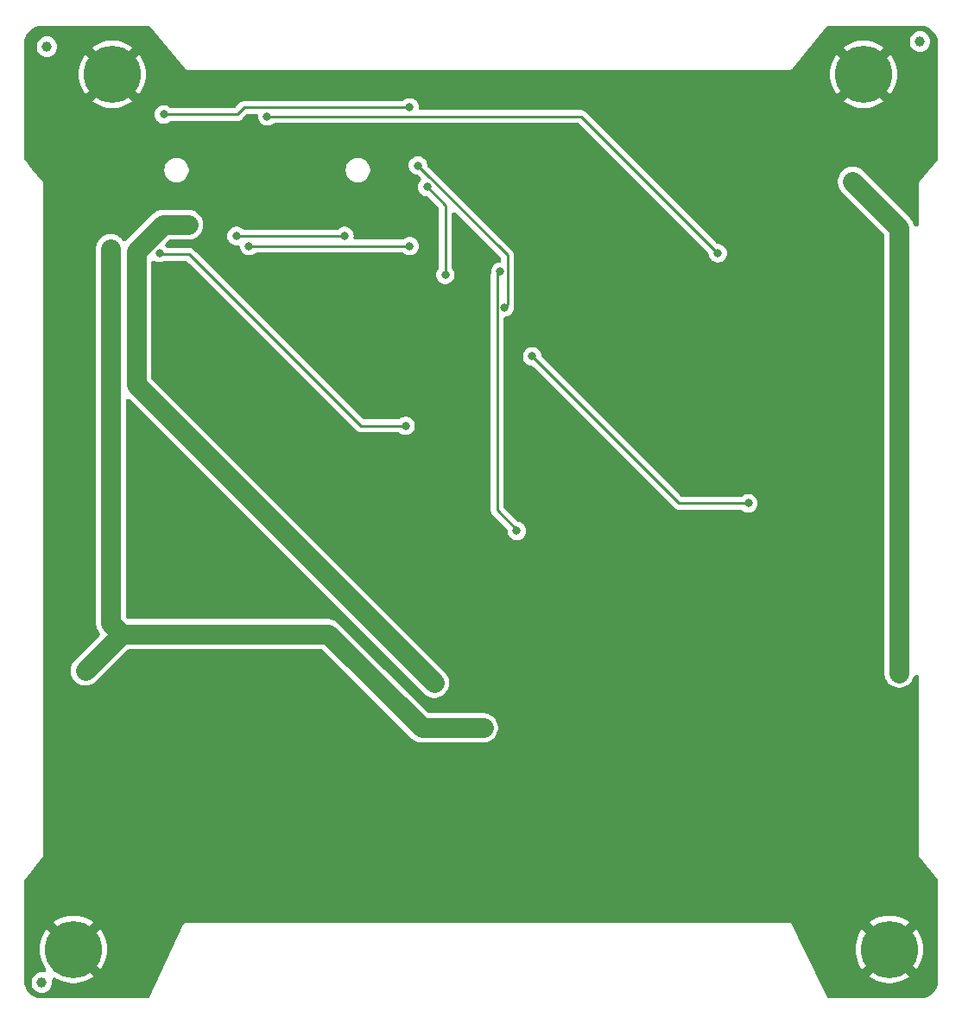
<source format=gbl>
%TF.GenerationSoftware,KiCad,Pcbnew,8.0.8*%
%TF.CreationDate,2025-03-18T17:19:46-07:00*%
%TF.ProjectId,MPPT_addon_board,4d505054-5f61-4646-946f-6e5f626f6172,1.4*%
%TF.SameCoordinates,Original*%
%TF.FileFunction,Copper,L2,Bot*%
%TF.FilePolarity,Positive*%
%FSLAX46Y46*%
G04 Gerber Fmt 4.6, Leading zero omitted, Abs format (unit mm)*
G04 Created by KiCad (PCBNEW 8.0.8) date 2025-03-18 17:19:46*
%MOMM*%
%LPD*%
G01*
G04 APERTURE LIST*
%TA.AperFunction,ComponentPad*%
%ADD10C,5.600000*%
%TD*%
%TA.AperFunction,SMDPad,CuDef*%
%ADD11C,1.000000*%
%TD*%
%TA.AperFunction,ViaPad*%
%ADD12C,0.800000*%
%TD*%
%TA.AperFunction,Conductor*%
%ADD13C,0.250000*%
%TD*%
%TA.AperFunction,Conductor*%
%ADD14C,1.905000*%
%TD*%
G04 APERTURE END LIST*
D10*
X107236100Y-57564100D03*
X103426100Y-143294100D03*
X183426100Y-143294100D03*
X180896100Y-57564100D03*
D11*
X186436000Y-54356000D03*
X100838000Y-54864000D03*
X100330000Y-146558000D03*
D12*
X159800000Y-127400000D03*
X159800000Y-118600000D03*
X159800000Y-125200000D03*
X115400000Y-123000000D03*
X128300000Y-98500000D03*
X127508000Y-57658000D03*
X113300000Y-85500000D03*
X128524000Y-57658000D03*
X158275000Y-81675000D03*
X127200000Y-129700000D03*
X168000000Y-118600000D03*
X127200000Y-118600000D03*
X163800000Y-132300000D03*
X121400000Y-118600000D03*
X171600000Y-118600000D03*
X128016000Y-72136000D03*
X119400000Y-132300000D03*
X159800000Y-123000000D03*
X159800000Y-132300000D03*
X115400000Y-129700000D03*
X118872000Y-60198000D03*
X126492000Y-57658000D03*
X159800000Y-120600000D03*
X115400000Y-127400000D03*
X129540000Y-59690000D03*
X126492000Y-59690000D03*
X123600000Y-118600000D03*
X126492000Y-58674000D03*
X171600000Y-125200000D03*
X171600000Y-129700000D03*
X128200000Y-95200000D03*
X127200000Y-127400000D03*
X115824000Y-60198000D03*
X119400000Y-118600000D03*
X117300000Y-118600000D03*
X171600000Y-81200000D03*
X125500000Y-132300000D03*
X127000000Y-72136000D03*
X115400000Y-118600000D03*
X116840000Y-60198000D03*
X161700000Y-132300000D03*
X171600000Y-127400000D03*
X169900000Y-132300000D03*
X117856000Y-60198000D03*
X128524000Y-59690000D03*
X114808000Y-60198000D03*
X159800000Y-129700000D03*
X115800000Y-81900000D03*
X121300000Y-90400000D03*
X115400000Y-120600000D03*
X165800000Y-132300000D03*
X161700000Y-118600000D03*
X115400000Y-125200000D03*
X125984000Y-72136000D03*
X127200000Y-125200000D03*
X127508000Y-59690000D03*
X165800000Y-118600000D03*
X123600000Y-132300000D03*
X115400000Y-132300000D03*
X129540000Y-58674000D03*
X127508000Y-58674000D03*
X171600000Y-120600000D03*
X129032000Y-72136000D03*
X169900000Y-118600000D03*
X113792000Y-60198000D03*
X127200000Y-132300000D03*
X129000000Y-81500000D03*
X163800000Y-118600000D03*
X125500000Y-118600000D03*
X127200000Y-120600000D03*
X129540000Y-57658000D03*
X127200000Y-123000000D03*
X168000000Y-132300000D03*
X101500000Y-102000000D03*
X171600000Y-132300000D03*
X121400000Y-132300000D03*
X128524000Y-58674000D03*
X117300000Y-132300000D03*
X171600000Y-123000000D03*
X129000000Y-85600000D03*
X120650000Y-74400000D03*
X136400000Y-74400000D03*
X122430000Y-61700000D03*
X166600000Y-75100000D03*
X130000000Y-73400000D03*
X119400000Y-73400000D03*
X136000000Y-92000000D03*
X111850000Y-75050000D03*
X112300000Y-61500000D03*
X136400000Y-60800000D03*
X143600000Y-121600000D03*
X107100000Y-74676000D03*
X104600000Y-116000000D03*
X184400000Y-116200000D03*
X179832000Y-68072000D03*
X148400000Y-85200000D03*
X169600000Y-99600000D03*
X114800000Y-72100000D03*
X138800000Y-117200000D03*
X146900000Y-102300000D03*
X145275500Y-76899500D03*
X137200000Y-66500000D03*
X145700000Y-80400000D03*
X138100000Y-68600000D03*
X139900000Y-77200000D03*
D13*
X115800000Y-83000000D02*
X113300000Y-85500000D01*
X118200000Y-90400000D02*
X113300000Y-85500000D01*
X121300000Y-90400000D02*
X118200000Y-90400000D01*
X115800000Y-81900000D02*
X115800000Y-83000000D01*
X158275000Y-81675000D02*
X158100000Y-81850000D01*
X120650000Y-74400000D02*
X136200000Y-74400000D01*
X136200000Y-74400000D02*
X136400000Y-74400000D01*
X122430000Y-61700000D02*
X153200000Y-61700000D01*
X153200000Y-61700000D02*
X166600000Y-75100000D01*
X119400000Y-73400000D02*
X130000000Y-73400000D01*
X111850000Y-75050000D02*
X112000000Y-75200000D01*
X112000000Y-75200000D02*
X114800000Y-75200000D01*
X114800000Y-75200000D02*
X131600000Y-92000000D01*
X131600000Y-92000000D02*
X136000000Y-92000000D01*
X136400000Y-60800000D02*
X120200000Y-60800000D01*
X120200000Y-60800000D02*
X119500000Y-61500000D01*
X119500000Y-61500000D02*
X112300000Y-61500000D01*
D14*
X137600000Y-121600000D02*
X128400000Y-112400000D01*
X143600000Y-121600000D02*
X137600000Y-121600000D01*
X128400000Y-112400000D02*
X108200000Y-112400000D01*
X107100000Y-74676000D02*
X107100000Y-111300000D01*
X107100000Y-111300000D02*
X108200000Y-112400000D01*
X104600000Y-116000000D02*
X108200000Y-112400000D01*
X184400000Y-72640000D02*
X184400000Y-116200000D01*
X179832000Y-68072000D02*
X184400000Y-72640000D01*
D13*
X169600000Y-99600000D02*
X162800000Y-99600000D01*
X162800000Y-99600000D02*
X148400000Y-85200000D01*
D14*
X112204433Y-72300000D02*
X109600000Y-74904433D01*
X114700000Y-72300000D02*
X112204433Y-72300000D01*
X109600000Y-88000000D02*
X138800000Y-117200000D01*
X109600000Y-74904433D02*
X109600000Y-88000000D01*
D13*
X144975000Y-77200000D02*
X144975000Y-100275000D01*
X147000000Y-102300000D02*
X146900000Y-102200000D01*
X146900000Y-102200000D02*
X146900000Y-102300000D01*
X144975000Y-100275000D02*
X146900000Y-102200000D01*
X146900000Y-102300000D02*
X147000000Y-102300000D01*
X145275500Y-76899500D02*
X144975000Y-77200000D01*
X146000500Y-75300500D02*
X146000500Y-80099500D01*
X146000500Y-80099500D02*
X145700000Y-80400000D01*
X137200000Y-66500000D02*
X146000500Y-75300500D01*
X139900000Y-70400000D02*
X138100000Y-68600000D01*
X139900000Y-77200000D02*
X139900000Y-70400000D01*
%TA.AperFunction,Conductor*%
G36*
X110838681Y-52819454D02*
G01*
X110919463Y-52873430D01*
X110934315Y-52889657D01*
X111384341Y-53427188D01*
X114338921Y-56956269D01*
X114349744Y-56971744D01*
X114359538Y-56984508D01*
X114359540Y-56984511D01*
X114367630Y-56992601D01*
X114370344Y-56995315D01*
X114385191Y-57011537D01*
X114394982Y-57023232D01*
X114404865Y-57032307D01*
X114415487Y-57040458D01*
X114415489Y-57040460D01*
X114428713Y-57048095D01*
X114447253Y-57059921D01*
X114456949Y-57066726D01*
X114459749Y-57068691D01*
X114459751Y-57068692D01*
X114471631Y-57074893D01*
X114484008Y-57080020D01*
X114484010Y-57080020D01*
X114484011Y-57080021D01*
X114498757Y-57083972D01*
X114519725Y-57090596D01*
X114534070Y-57095835D01*
X114534071Y-57095835D01*
X114547161Y-57098752D01*
X114560436Y-57100500D01*
X114560438Y-57100500D01*
X114575705Y-57100500D01*
X114597682Y-57101471D01*
X114612885Y-57102819D01*
X114612892Y-57102817D01*
X114628968Y-57102134D01*
X114647769Y-57100500D01*
X173656060Y-57100500D01*
X173684487Y-57102772D01*
X173691300Y-57102968D01*
X173691302Y-57102967D01*
X173691304Y-57102968D01*
X173702702Y-57101798D01*
X173728106Y-57100500D01*
X173739562Y-57100500D01*
X173746373Y-57099602D01*
X173763325Y-57096482D01*
X173770006Y-57094895D01*
X173770015Y-57094895D01*
X173780726Y-57090813D01*
X173804924Y-57082985D01*
X173815989Y-57080021D01*
X173815993Y-57080018D01*
X173822335Y-57077392D01*
X173837916Y-57069984D01*
X173843943Y-57066732D01*
X173843949Y-57066727D01*
X173843953Y-57066726D01*
X173853240Y-57060013D01*
X173874586Y-57046189D01*
X173884511Y-57040460D01*
X173884514Y-57040456D01*
X173884517Y-57040455D01*
X173889957Y-57036280D01*
X173903078Y-57025103D01*
X173908073Y-57020385D01*
X173908082Y-57020380D01*
X173915317Y-57011489D01*
X173932353Y-56992616D01*
X173940460Y-56984511D01*
X173940463Y-56984505D01*
X173944624Y-56979082D01*
X173960789Y-56955625D01*
X177268137Y-52892311D01*
X177342989Y-52830377D01*
X177435846Y-52801799D01*
X177461251Y-52800500D01*
X186452405Y-52800500D01*
X186491102Y-52800500D01*
X186508864Y-52801134D01*
X186518163Y-52801799D01*
X186724113Y-52816528D01*
X186759261Y-52821582D01*
X186961408Y-52865557D01*
X186995477Y-52875560D01*
X187189319Y-52947859D01*
X187221620Y-52962610D01*
X187403195Y-53061758D01*
X187433073Y-53080960D01*
X187598676Y-53204929D01*
X187625526Y-53228194D01*
X187771805Y-53374473D01*
X187795070Y-53401323D01*
X187909452Y-53554120D01*
X187919036Y-53566922D01*
X187938243Y-53596808D01*
X188037385Y-53778371D01*
X188052144Y-53810689D01*
X188124436Y-54004514D01*
X188134444Y-54038600D01*
X188178415Y-54240728D01*
X188183472Y-54275895D01*
X188198866Y-54491135D01*
X188199500Y-54508898D01*
X188199500Y-65802386D01*
X188180546Y-65897674D01*
X188142469Y-65960969D01*
X186384960Y-68088480D01*
X186369069Y-68105958D01*
X186359540Y-68115487D01*
X186352745Y-68124343D01*
X186349066Y-68129639D01*
X186343126Y-68139125D01*
X186337534Y-68151361D01*
X186326706Y-68172358D01*
X186319977Y-68184011D01*
X186315694Y-68194352D01*
X186313528Y-68200375D01*
X186310243Y-68211082D01*
X186308006Y-68224361D01*
X186302984Y-68247432D01*
X186299500Y-68260434D01*
X186298035Y-68271563D01*
X186297505Y-68277906D01*
X186297102Y-68289101D01*
X186298378Y-68302490D01*
X186299500Y-68326103D01*
X186299500Y-72211927D01*
X186280546Y-72307215D01*
X186226570Y-72387997D01*
X186145788Y-72441973D01*
X186050500Y-72460927D01*
X185955212Y-72441973D01*
X185874430Y-72387997D01*
X185820454Y-72307215D01*
X185813687Y-72288873D01*
X185746548Y-72082242D01*
X185684138Y-71959755D01*
X185684137Y-71959754D01*
X185642716Y-71878460D01*
X185591082Y-71807393D01*
X185508286Y-71693434D01*
X185508283Y-71693431D01*
X185346566Y-71531713D01*
X185346566Y-71531714D01*
X180778566Y-66963713D01*
X180593538Y-66829283D01*
X180593535Y-66829281D01*
X180593529Y-66829278D01*
X180389769Y-66725457D01*
X180389767Y-66725456D01*
X180389759Y-66725452D01*
X180389752Y-66725449D01*
X180389748Y-66725448D01*
X180172251Y-66654780D01*
X180172252Y-66654780D01*
X180172245Y-66654778D01*
X180172243Y-66654777D01*
X180172234Y-66654775D01*
X179946362Y-66619000D01*
X179946353Y-66619000D01*
X179717647Y-66619000D01*
X179717637Y-66619000D01*
X179491765Y-66654775D01*
X179491748Y-66654780D01*
X179274251Y-66725448D01*
X179274243Y-66725451D01*
X179274241Y-66725452D01*
X179274237Y-66725453D01*
X179274230Y-66725457D01*
X179070470Y-66829278D01*
X179070463Y-66829282D01*
X178885436Y-66963711D01*
X178723711Y-67125436D01*
X178589282Y-67310463D01*
X178589278Y-67310470D01*
X178485457Y-67514230D01*
X178485448Y-67514251D01*
X178414780Y-67731748D01*
X178414775Y-67731765D01*
X178379000Y-67957637D01*
X178379000Y-68186362D01*
X178414775Y-68412234D01*
X178414780Y-68412251D01*
X178475782Y-68600000D01*
X178485452Y-68629759D01*
X178485456Y-68629767D01*
X178485457Y-68629769D01*
X178566210Y-68788256D01*
X178589283Y-68833538D01*
X178723713Y-69018566D01*
X180840308Y-71135160D01*
X182874070Y-73168922D01*
X182928046Y-73249704D01*
X182947000Y-73344992D01*
X182947000Y-116314363D01*
X182982777Y-116540242D01*
X183053449Y-116757751D01*
X183053452Y-116757758D01*
X183157283Y-116961538D01*
X183291714Y-117146566D01*
X183453434Y-117308286D01*
X183638462Y-117442717D01*
X183842242Y-117546548D01*
X184059755Y-117617222D01*
X184139203Y-117629805D01*
X184285636Y-117652999D01*
X184285643Y-117652999D01*
X184285646Y-117653000D01*
X184285649Y-117653000D01*
X184514351Y-117653000D01*
X184514354Y-117653000D01*
X184514357Y-117652999D01*
X184514363Y-117652999D01*
X184621072Y-117636097D01*
X184740245Y-117617222D01*
X184957758Y-117546548D01*
X185161538Y-117442717D01*
X185346566Y-117308286D01*
X185508286Y-117146566D01*
X185642717Y-116961538D01*
X185746548Y-116757758D01*
X185813687Y-116551123D01*
X185861159Y-116466357D01*
X185937456Y-116406209D01*
X186030963Y-116379837D01*
X186127445Y-116391256D01*
X186212212Y-116438728D01*
X186272360Y-116515025D01*
X186298732Y-116608532D01*
X186299500Y-116628069D01*
X186299500Y-134073897D01*
X186298378Y-134097508D01*
X186297103Y-134110892D01*
X186297506Y-134122109D01*
X186298036Y-134128443D01*
X186299500Y-134139561D01*
X186299500Y-134139562D01*
X186302984Y-134152565D01*
X186308005Y-134175635D01*
X186310243Y-134188917D01*
X186310244Y-134188921D01*
X186313537Y-134199648D01*
X186315690Y-134205636D01*
X186319979Y-134215992D01*
X186326706Y-134227642D01*
X186337538Y-134248646D01*
X186343128Y-134260879D01*
X186349083Y-134270387D01*
X186352714Y-134275615D01*
X186359543Y-134284515D01*
X186369066Y-134294038D01*
X186384955Y-134311513D01*
X188142471Y-136439032D01*
X188188544Y-136524563D01*
X188199500Y-136597612D01*
X188199500Y-146391101D01*
X188198866Y-146408864D01*
X188183472Y-146624104D01*
X188178415Y-146659271D01*
X188134444Y-146861399D01*
X188124436Y-146895485D01*
X188052144Y-147089310D01*
X188037385Y-147121628D01*
X187938243Y-147303191D01*
X187919036Y-147333077D01*
X187795070Y-147498676D01*
X187771805Y-147525526D01*
X187625526Y-147671805D01*
X187598676Y-147695070D01*
X187433077Y-147819036D01*
X187403191Y-147838243D01*
X187221628Y-147937385D01*
X187189310Y-147952144D01*
X186995485Y-148024436D01*
X186961399Y-148034444D01*
X186759271Y-148078415D01*
X186724104Y-148083472D01*
X186508865Y-148098866D01*
X186491102Y-148099500D01*
X177543751Y-148099500D01*
X177448463Y-148080546D01*
X177367681Y-148026570D01*
X177319841Y-147959429D01*
X175050221Y-143294100D01*
X180121253Y-143294100D01*
X180140625Y-143651413D01*
X180198515Y-144004531D01*
X180198518Y-144004542D01*
X180294251Y-144349345D01*
X180426702Y-144681769D01*
X180426703Y-144681770D01*
X180594317Y-144997925D01*
X180764364Y-145248726D01*
X181997827Y-144015262D01*
X182057657Y-144132683D01*
X182205688Y-144336430D01*
X182383770Y-144514512D01*
X182587517Y-144662543D01*
X182704935Y-144722370D01*
X181472812Y-145954494D01*
X181571451Y-146029478D01*
X181878086Y-146213973D01*
X182202842Y-146364223D01*
X182541958Y-146478483D01*
X182541972Y-146478487D01*
X182891439Y-146555411D01*
X182891436Y-146555411D01*
X183247173Y-146594100D01*
X183605027Y-146594100D01*
X183960761Y-146555411D01*
X184310227Y-146478487D01*
X184310241Y-146478483D01*
X184649357Y-146364223D01*
X184974113Y-146213973D01*
X185280741Y-146029482D01*
X185379386Y-145954494D01*
X184147263Y-144722371D01*
X184264683Y-144662543D01*
X184468430Y-144514512D01*
X184646512Y-144336430D01*
X184794543Y-144132683D01*
X184854371Y-144015263D01*
X186087834Y-145248726D01*
X186257878Y-144997933D01*
X186257879Y-144997931D01*
X186425496Y-144681770D01*
X186425497Y-144681769D01*
X186557948Y-144349345D01*
X186653681Y-144004542D01*
X186653684Y-144004531D01*
X186711574Y-143651413D01*
X186730946Y-143294100D01*
X186711574Y-142936786D01*
X186653684Y-142583668D01*
X186653681Y-142583657D01*
X186557948Y-142238854D01*
X186425497Y-141906430D01*
X186425496Y-141906429D01*
X186257879Y-141590268D01*
X186257878Y-141590266D01*
X186087834Y-141339472D01*
X184854370Y-142572935D01*
X184794543Y-142455517D01*
X184646512Y-142251770D01*
X184468430Y-142073688D01*
X184264683Y-141925657D01*
X184147263Y-141865828D01*
X185379386Y-140633705D01*
X185280741Y-140558717D01*
X184974113Y-140374226D01*
X184649357Y-140223976D01*
X184310241Y-140109716D01*
X184310227Y-140109712D01*
X183960760Y-140032788D01*
X183960763Y-140032788D01*
X183605027Y-139994100D01*
X183247173Y-139994100D01*
X182891438Y-140032788D01*
X182541972Y-140109712D01*
X182541958Y-140109716D01*
X182202842Y-140223976D01*
X181878086Y-140374226D01*
X181571459Y-140558717D01*
X181472812Y-140633704D01*
X182704936Y-141865828D01*
X182587517Y-141925657D01*
X182383770Y-142073688D01*
X182205688Y-142251770D01*
X182057657Y-142455517D01*
X181997828Y-142572936D01*
X180764364Y-141339472D01*
X180594317Y-141590273D01*
X180426703Y-141906429D01*
X180426702Y-141906430D01*
X180294251Y-142238854D01*
X180198518Y-142583657D01*
X180198515Y-142583668D01*
X180140625Y-142936786D01*
X180121253Y-143294100D01*
X175050221Y-143294100D01*
X173893241Y-140915865D01*
X173886887Y-140898836D01*
X173886268Y-140899093D01*
X173880022Y-140884013D01*
X173880016Y-140884002D01*
X173869972Y-140866605D01*
X173861711Y-140851052D01*
X173852913Y-140832966D01*
X173852910Y-140832963D01*
X173852909Y-140832960D01*
X173847002Y-140824015D01*
X173840457Y-140815485D01*
X173826234Y-140801262D01*
X173814231Y-140788377D01*
X173801063Y-140773199D01*
X173801062Y-140773198D01*
X173801061Y-140773197D01*
X173793029Y-140766077D01*
X173784515Y-140759544D01*
X173784511Y-140759540D01*
X173767084Y-140749478D01*
X173752160Y-140740141D01*
X173737739Y-140730393D01*
X173735513Y-140728888D01*
X173735509Y-140728886D01*
X173725915Y-140724091D01*
X173715986Y-140719977D01*
X173696574Y-140714776D01*
X173679728Y-140709616D01*
X173660732Y-140703054D01*
X173650196Y-140700899D01*
X173639562Y-140699500D01*
X173619467Y-140699500D01*
X173601847Y-140698876D01*
X173590528Y-140698073D01*
X173581803Y-140697454D01*
X173581802Y-140697454D01*
X173581801Y-140697454D01*
X173565514Y-140698434D01*
X173565473Y-140697765D01*
X173547371Y-140699500D01*
X114549588Y-140699500D01*
X114531185Y-140697839D01*
X114531174Y-140698073D01*
X114514872Y-140697271D01*
X114497859Y-140698667D01*
X114477511Y-140699500D01*
X114460438Y-140699500D01*
X114448131Y-140701119D01*
X114436012Y-140703737D01*
X114419921Y-140709494D01*
X114400506Y-140715557D01*
X114384019Y-140719975D01*
X114372534Y-140724732D01*
X114361522Y-140730389D01*
X114347468Y-140740116D01*
X114330270Y-140751006D01*
X114315488Y-140759540D01*
X114305641Y-140767096D01*
X114296454Y-140775421D01*
X114285402Y-140788448D01*
X114271617Y-140803410D01*
X114259542Y-140815485D01*
X114251985Y-140825334D01*
X114245263Y-140835760D01*
X114237959Y-140851202D01*
X114228516Y-140869222D01*
X114219983Y-140884002D01*
X114213738Y-140899079D01*
X114213521Y-140898989D01*
X114207157Y-140916327D01*
X110877128Y-147956963D01*
X110819252Y-148034998D01*
X110735919Y-148084945D01*
X110652035Y-148099500D01*
X100308898Y-148099500D01*
X100291135Y-148098866D01*
X100075895Y-148083472D01*
X100040728Y-148078415D01*
X99838600Y-148034444D01*
X99804514Y-148024436D01*
X99630221Y-147959429D01*
X99610687Y-147952143D01*
X99578371Y-147937385D01*
X99396808Y-147838243D01*
X99366922Y-147819036D01*
X99201323Y-147695070D01*
X99174473Y-147671805D01*
X99028194Y-147525526D01*
X99004929Y-147498676D01*
X98926502Y-147393910D01*
X98880960Y-147333073D01*
X98861756Y-147303191D01*
X98762610Y-147121620D01*
X98747859Y-147089319D01*
X98675560Y-146895477D01*
X98665557Y-146861408D01*
X98621582Y-146659261D01*
X98616528Y-146624113D01*
X98611800Y-146558000D01*
X99324659Y-146558000D01*
X99343975Y-146754131D01*
X99401185Y-146942725D01*
X99401188Y-146942733D01*
X99494088Y-147116536D01*
X99494090Y-147116538D01*
X99619117Y-147268883D01*
X99679964Y-147318819D01*
X99771463Y-147393911D01*
X99945266Y-147486811D01*
X99945270Y-147486812D01*
X99945273Y-147486814D01*
X100133868Y-147544024D01*
X100330000Y-147563341D01*
X100526132Y-147544024D01*
X100714727Y-147486814D01*
X100888538Y-147393910D01*
X101040883Y-147268883D01*
X101165910Y-147116538D01*
X101258814Y-146942727D01*
X101316024Y-146754132D01*
X101335341Y-146558000D01*
X101316024Y-146361868D01*
X101316023Y-146361867D01*
X101314825Y-146349694D01*
X101316032Y-146349575D01*
X101316032Y-146264760D01*
X101353210Y-146175000D01*
X101421908Y-146106300D01*
X101511667Y-146069119D01*
X101608822Y-146069118D01*
X101688621Y-146099977D01*
X101878074Y-146213967D01*
X101878083Y-146213972D01*
X102202842Y-146364223D01*
X102541958Y-146478483D01*
X102541972Y-146478487D01*
X102891439Y-146555411D01*
X102891436Y-146555411D01*
X103247173Y-146594100D01*
X103605027Y-146594100D01*
X103960761Y-146555411D01*
X104310227Y-146478487D01*
X104310241Y-146478483D01*
X104649357Y-146364223D01*
X104974113Y-146213973D01*
X105280741Y-146029482D01*
X105379386Y-145954494D01*
X104147264Y-144722371D01*
X104264683Y-144662543D01*
X104468430Y-144514512D01*
X104646512Y-144336430D01*
X104794543Y-144132683D01*
X104854371Y-144015263D01*
X106087834Y-145248726D01*
X106257878Y-144997933D01*
X106257879Y-144997931D01*
X106425496Y-144681770D01*
X106425497Y-144681769D01*
X106557948Y-144349345D01*
X106653681Y-144004542D01*
X106653684Y-144004531D01*
X106711574Y-143651413D01*
X106730946Y-143294100D01*
X106711574Y-142936786D01*
X106653684Y-142583668D01*
X106653681Y-142583657D01*
X106557948Y-142238854D01*
X106425497Y-141906430D01*
X106425496Y-141906429D01*
X106257879Y-141590268D01*
X106257878Y-141590266D01*
X106087834Y-141339472D01*
X104854370Y-142572935D01*
X104794543Y-142455517D01*
X104646512Y-142251770D01*
X104468430Y-142073688D01*
X104264683Y-141925657D01*
X104147263Y-141865828D01*
X105379386Y-140633705D01*
X105280741Y-140558717D01*
X104974113Y-140374226D01*
X104649357Y-140223976D01*
X104310241Y-140109716D01*
X104310227Y-140109712D01*
X103960760Y-140032788D01*
X103960763Y-140032788D01*
X103605027Y-139994100D01*
X103247173Y-139994100D01*
X102891438Y-140032788D01*
X102541972Y-140109712D01*
X102541958Y-140109716D01*
X102202842Y-140223976D01*
X101878086Y-140374226D01*
X101571459Y-140558717D01*
X101472812Y-140633704D01*
X102704936Y-141865828D01*
X102587517Y-141925657D01*
X102383770Y-142073688D01*
X102205688Y-142251770D01*
X102057657Y-142455517D01*
X101997828Y-142572935D01*
X100764364Y-141339472D01*
X100594317Y-141590273D01*
X100426703Y-141906429D01*
X100426702Y-141906430D01*
X100294251Y-142238854D01*
X100198518Y-142583657D01*
X100198515Y-142583668D01*
X100140625Y-142936786D01*
X100121253Y-143294100D01*
X100140625Y-143651413D01*
X100198515Y-144004531D01*
X100198518Y-144004542D01*
X100294251Y-144349345D01*
X100426702Y-144681769D01*
X100426703Y-144681770D01*
X100594320Y-144997931D01*
X100594321Y-144997933D01*
X100718210Y-145180654D01*
X100755997Y-145270160D01*
X100756655Y-145367312D01*
X100720084Y-145457322D01*
X100651852Y-145526484D01*
X100562346Y-145564271D01*
X100487711Y-145568191D01*
X100330001Y-145552659D01*
X100330000Y-145552659D01*
X100133868Y-145571975D01*
X99945274Y-145629185D01*
X99945266Y-145629188D01*
X99771463Y-145722088D01*
X99619120Y-145847114D01*
X99619114Y-145847120D01*
X99494088Y-145999463D01*
X99401188Y-146173266D01*
X99401185Y-146173274D01*
X99343975Y-146361868D01*
X99324659Y-146558000D01*
X98611800Y-146558000D01*
X98601134Y-146408863D01*
X98600500Y-146391101D01*
X98600500Y-136597613D01*
X98619454Y-136502325D01*
X98657528Y-136439032D01*
X100415051Y-134311503D01*
X100430948Y-134294022D01*
X100440460Y-134284511D01*
X100440462Y-134284506D01*
X100447321Y-134275568D01*
X100450879Y-134270444D01*
X100456866Y-134260886D01*
X100456870Y-134260882D01*
X100462454Y-134248659D01*
X100473296Y-134227636D01*
X100480020Y-134215990D01*
X100480021Y-134215989D01*
X100480022Y-134215984D01*
X100484339Y-134205561D01*
X100486443Y-134199711D01*
X100489752Y-134188927D01*
X100489757Y-134188917D01*
X100491989Y-134175661D01*
X100497021Y-134152545D01*
X100500499Y-134139565D01*
X100500500Y-134139562D01*
X100500500Y-134139557D01*
X100501963Y-134128447D01*
X100502494Y-134122094D01*
X100502897Y-134110896D01*
X100501621Y-134097492D01*
X100500500Y-134073888D01*
X100500500Y-115885637D01*
X103147000Y-115885637D01*
X103147000Y-116114362D01*
X103182775Y-116340234D01*
X103182777Y-116340243D01*
X103182778Y-116340245D01*
X103253452Y-116557759D01*
X103357283Y-116761538D01*
X103491713Y-116946566D01*
X103653434Y-117108287D01*
X103838462Y-117242717D01*
X104042241Y-117346548D01*
X104259755Y-117417222D01*
X104259761Y-117417223D01*
X104259765Y-117417224D01*
X104485637Y-117452999D01*
X104485644Y-117452999D01*
X104485647Y-117453000D01*
X104485650Y-117453000D01*
X104714350Y-117453000D01*
X104714353Y-117453000D01*
X104714356Y-117452999D01*
X104714362Y-117452999D01*
X104940234Y-117417224D01*
X104940235Y-117417223D01*
X104940245Y-117417222D01*
X105157759Y-117346548D01*
X105361538Y-117242717D01*
X105546566Y-117108287D01*
X108728923Y-113925930D01*
X108809705Y-113871954D01*
X108904993Y-113853000D01*
X127695007Y-113853000D01*
X127790295Y-113871954D01*
X127871077Y-113925930D01*
X136653434Y-122708287D01*
X136838462Y-122842717D01*
X137042241Y-122946548D01*
X137259755Y-123017222D01*
X137259761Y-123017223D01*
X137259765Y-123017224D01*
X137485636Y-123052999D01*
X137485643Y-123052999D01*
X137485646Y-123053000D01*
X137485647Y-123053000D01*
X137485649Y-123053000D01*
X143714351Y-123053000D01*
X143714354Y-123053000D01*
X143714357Y-123052999D01*
X143714363Y-123052999D01*
X143821072Y-123036097D01*
X143940245Y-123017222D01*
X144157758Y-122946548D01*
X144361538Y-122842717D01*
X144546566Y-122708286D01*
X144708286Y-122546566D01*
X144842717Y-122361538D01*
X144946548Y-122157758D01*
X145017222Y-121940245D01*
X145053000Y-121714354D01*
X145053000Y-121485646D01*
X145052999Y-121485643D01*
X145052999Y-121485636D01*
X145017222Y-121259757D01*
X145017222Y-121259755D01*
X144946548Y-121042242D01*
X144842717Y-120838462D01*
X144708286Y-120653434D01*
X144546566Y-120491714D01*
X144361538Y-120357283D01*
X144157758Y-120253452D01*
X144157751Y-120253449D01*
X143940242Y-120182777D01*
X143714363Y-120147000D01*
X143714354Y-120147000D01*
X138304993Y-120147000D01*
X138209705Y-120128046D01*
X138128923Y-120074070D01*
X133940490Y-115885637D01*
X129346566Y-111291713D01*
X129161538Y-111157283D01*
X129161535Y-111157281D01*
X129161529Y-111157278D01*
X128957769Y-111053457D01*
X128957767Y-111053456D01*
X128957759Y-111053452D01*
X128957752Y-111053449D01*
X128957748Y-111053448D01*
X128740251Y-110982780D01*
X128740252Y-110982780D01*
X128740245Y-110982778D01*
X128740243Y-110982777D01*
X128740234Y-110982775D01*
X128514363Y-110947000D01*
X128514354Y-110947000D01*
X108904993Y-110947000D01*
X108809705Y-110928046D01*
X108728923Y-110874070D01*
X108625930Y-110771077D01*
X108571954Y-110690295D01*
X108553000Y-110595007D01*
X108553000Y-89608992D01*
X108571954Y-89513704D01*
X108625930Y-89432922D01*
X108706712Y-89378946D01*
X108802000Y-89359992D01*
X108897288Y-89378946D01*
X108978066Y-89432919D01*
X137853434Y-118308287D01*
X138038462Y-118442717D01*
X138242241Y-118546548D01*
X138459755Y-118617222D01*
X138459761Y-118617223D01*
X138459765Y-118617224D01*
X138685637Y-118652999D01*
X138685644Y-118652999D01*
X138685647Y-118653000D01*
X138685650Y-118653000D01*
X138914350Y-118653000D01*
X138914353Y-118653000D01*
X138914356Y-118652999D01*
X138914362Y-118652999D01*
X139140234Y-118617224D01*
X139140235Y-118617223D01*
X139140245Y-118617222D01*
X139357759Y-118546548D01*
X139561538Y-118442717D01*
X139746566Y-118308287D01*
X139908287Y-118146566D01*
X140042717Y-117961538D01*
X140146548Y-117757759D01*
X140217222Y-117540245D01*
X140217224Y-117540234D01*
X140252999Y-117314362D01*
X140253000Y-117314350D01*
X140253000Y-117085649D01*
X140252999Y-117085637D01*
X140217224Y-116859765D01*
X140217223Y-116859761D01*
X140217222Y-116859755D01*
X140146548Y-116642241D01*
X140042717Y-116438462D01*
X139908287Y-116253434D01*
X111125930Y-87471077D01*
X111071954Y-87390295D01*
X111053000Y-87295007D01*
X111053000Y-76064298D01*
X111071954Y-75969010D01*
X111125930Y-75888228D01*
X111206712Y-75834252D01*
X111302000Y-75815298D01*
X111397288Y-75834252D01*
X111403252Y-75836814D01*
X111570197Y-75911144D01*
X111755354Y-75950500D01*
X111944645Y-75950500D01*
X111944646Y-75950500D01*
X112129803Y-75911144D01*
X112273810Y-75847026D01*
X112368569Y-75825585D01*
X112375088Y-75825500D01*
X114437770Y-75825500D01*
X114533058Y-75844454D01*
X114613840Y-75898430D01*
X131114139Y-92398729D01*
X131114142Y-92398733D01*
X131201267Y-92485858D01*
X131270643Y-92532213D01*
X131270646Y-92532216D01*
X131270647Y-92532216D01*
X131303716Y-92554313D01*
X131343937Y-92570972D01*
X131367500Y-92580732D01*
X131367501Y-92580733D01*
X131385988Y-92588390D01*
X131417548Y-92601463D01*
X131477971Y-92613481D01*
X131507767Y-92619408D01*
X131538392Y-92625500D01*
X131538393Y-92625500D01*
X131538394Y-92625500D01*
X135248000Y-92625500D01*
X135343288Y-92644454D01*
X135394358Y-92673055D01*
X135547268Y-92784150D01*
X135547269Y-92784151D01*
X135720189Y-92861141D01*
X135720192Y-92861142D01*
X135720197Y-92861144D01*
X135905354Y-92900500D01*
X136094645Y-92900500D01*
X136094646Y-92900500D01*
X136279803Y-92861144D01*
X136452730Y-92784151D01*
X136605871Y-92672888D01*
X136732533Y-92532216D01*
X136827179Y-92368284D01*
X136885674Y-92188256D01*
X136905460Y-92000000D01*
X136885674Y-91811744D01*
X136827179Y-91631716D01*
X136732533Y-91467784D01*
X136732531Y-91467781D01*
X136732530Y-91467780D01*
X136605873Y-91327114D01*
X136605872Y-91327113D01*
X136605871Y-91327112D01*
X136529300Y-91271480D01*
X136452728Y-91215847D01*
X136279810Y-91138858D01*
X136279796Y-91138854D01*
X136094646Y-91099500D01*
X135905354Y-91099500D01*
X135720203Y-91138854D01*
X135720189Y-91138858D01*
X135547269Y-91215848D01*
X135547268Y-91215849D01*
X135394358Y-91326945D01*
X135306128Y-91367620D01*
X135248000Y-91374500D01*
X131962230Y-91374500D01*
X131866942Y-91355546D01*
X131786160Y-91301570D01*
X115285860Y-74801270D01*
X115285858Y-74801267D01*
X115198733Y-74714142D01*
X115140153Y-74675000D01*
X115139557Y-74674602D01*
X115096288Y-74645689D01*
X115096286Y-74645688D01*
X115015792Y-74612347D01*
X115015791Y-74612346D01*
X114982452Y-74598537D01*
X114930759Y-74588255D01*
X114901585Y-74582452D01*
X114901583Y-74582451D01*
X114901580Y-74582450D01*
X114861610Y-74574500D01*
X114861607Y-74574500D01*
X114861606Y-74574500D01*
X112744462Y-74574500D01*
X112649174Y-74555546D01*
X112568392Y-74501570D01*
X112559420Y-74492114D01*
X112484304Y-74408690D01*
X112434629Y-74325195D01*
X112420687Y-74229045D01*
X112444602Y-74134880D01*
X112493273Y-74066010D01*
X112733355Y-73825930D01*
X112814137Y-73771954D01*
X112909424Y-73753000D01*
X114814351Y-73753000D01*
X114814354Y-73753000D01*
X114814357Y-73752999D01*
X114814363Y-73752999D01*
X114921072Y-73736097D01*
X115040245Y-73717222D01*
X115257758Y-73646548D01*
X115461538Y-73542717D01*
X115646566Y-73408286D01*
X115654852Y-73400000D01*
X118494540Y-73400000D01*
X118514325Y-73588255D01*
X118524896Y-73620788D01*
X118572821Y-73768284D01*
X118657217Y-73914462D01*
X118667469Y-73932219D01*
X118757057Y-74031716D01*
X118794129Y-74072888D01*
X118879454Y-74134880D01*
X118947271Y-74184152D01*
X119120189Y-74261141D01*
X119120192Y-74261142D01*
X119120197Y-74261144D01*
X119305354Y-74300500D01*
X119507695Y-74300500D01*
X119507695Y-74303837D01*
X119580493Y-74310501D01*
X119666490Y-74355708D01*
X119728641Y-74430383D01*
X119757484Y-74523158D01*
X119764326Y-74588256D01*
X119822821Y-74768284D01*
X119899887Y-74901766D01*
X119917469Y-74932219D01*
X120044126Y-75072885D01*
X120044129Y-75072888D01*
X120158984Y-75156335D01*
X120197271Y-75184152D01*
X120370189Y-75261141D01*
X120370192Y-75261142D01*
X120370197Y-75261144D01*
X120555354Y-75300500D01*
X120744645Y-75300500D01*
X120744646Y-75300500D01*
X120929803Y-75261144D01*
X120979793Y-75238887D01*
X121102730Y-75184151D01*
X121102731Y-75184150D01*
X121255642Y-75073055D01*
X121343872Y-75032380D01*
X121402000Y-75025500D01*
X135648000Y-75025500D01*
X135743288Y-75044454D01*
X135794358Y-75073055D01*
X135947268Y-75184150D01*
X135947269Y-75184151D01*
X136120189Y-75261141D01*
X136120192Y-75261142D01*
X136120197Y-75261144D01*
X136305354Y-75300500D01*
X136494645Y-75300500D01*
X136494646Y-75300500D01*
X136679803Y-75261144D01*
X136729793Y-75238887D01*
X136852728Y-75184152D01*
X136852728Y-75184151D01*
X136852730Y-75184151D01*
X137005871Y-75072888D01*
X137132533Y-74932216D01*
X137227179Y-74768284D01*
X137285674Y-74588256D01*
X137305460Y-74400000D01*
X137285674Y-74211744D01*
X137227179Y-74031716D01*
X137132533Y-73867784D01*
X137132531Y-73867781D01*
X137132530Y-73867780D01*
X137005873Y-73727114D01*
X137005872Y-73727113D01*
X137005871Y-73727112D01*
X136929300Y-73671480D01*
X136852728Y-73615847D01*
X136679810Y-73538858D01*
X136679796Y-73538854D01*
X136494646Y-73499500D01*
X136305354Y-73499500D01*
X136120203Y-73538854D01*
X136120189Y-73538858D01*
X135947269Y-73615848D01*
X135947268Y-73615849D01*
X135794358Y-73726945D01*
X135706128Y-73767620D01*
X135648000Y-73774500D01*
X131142641Y-73774500D01*
X131047353Y-73755546D01*
X130966571Y-73701570D01*
X130912595Y-73620788D01*
X130893641Y-73525500D01*
X130895005Y-73499473D01*
X130905460Y-73400000D01*
X130885674Y-73211744D01*
X130827179Y-73031716D01*
X130732533Y-72867784D01*
X130732531Y-72867781D01*
X130732530Y-72867780D01*
X130605873Y-72727114D01*
X130605872Y-72727113D01*
X130605871Y-72727112D01*
X130529300Y-72671480D01*
X130452728Y-72615847D01*
X130279810Y-72538858D01*
X130279796Y-72538854D01*
X130094646Y-72499500D01*
X129905354Y-72499500D01*
X129720203Y-72538854D01*
X129720189Y-72538858D01*
X129547269Y-72615848D01*
X129547268Y-72615849D01*
X129394358Y-72726945D01*
X129306128Y-72767620D01*
X129248000Y-72774500D01*
X120152000Y-72774500D01*
X120056712Y-72755546D01*
X120005642Y-72726945D01*
X119852731Y-72615849D01*
X119852730Y-72615848D01*
X119679810Y-72538858D01*
X119679796Y-72538854D01*
X119494646Y-72499500D01*
X119305354Y-72499500D01*
X119120203Y-72538854D01*
X119120189Y-72538858D01*
X118947271Y-72615847D01*
X118794126Y-72727114D01*
X118667469Y-72867780D01*
X118572822Y-73031714D01*
X118514325Y-73211744D01*
X118494540Y-73400000D01*
X115654852Y-73400000D01*
X115808286Y-73246566D01*
X115942717Y-73061538D01*
X116046548Y-72857758D01*
X116117222Y-72640245D01*
X116139514Y-72499500D01*
X116152999Y-72414363D01*
X116153000Y-72414351D01*
X116153000Y-72185648D01*
X116152999Y-72185636D01*
X116117222Y-71959754D01*
X116046550Y-71742248D01*
X116046549Y-71742247D01*
X116046548Y-71742242D01*
X115942717Y-71538462D01*
X115808286Y-71353434D01*
X115646566Y-71191714D01*
X115461538Y-71057283D01*
X115257758Y-70953452D01*
X115257751Y-70953449D01*
X115040242Y-70882777D01*
X114814363Y-70847000D01*
X114814354Y-70847000D01*
X112090079Y-70847000D01*
X112090069Y-70847000D01*
X111864190Y-70882777D01*
X111646681Y-70953449D01*
X111646668Y-70953455D01*
X111505274Y-71025498D01*
X111505275Y-71025499D01*
X111442889Y-71057286D01*
X111257870Y-71191711D01*
X108629832Y-73819748D01*
X108549050Y-73873724D01*
X108453762Y-73892678D01*
X108358474Y-73873724D01*
X108277692Y-73819748D01*
X108252317Y-73790037D01*
X108208288Y-73729437D01*
X108208286Y-73729434D01*
X108046566Y-73567714D01*
X108006849Y-73538858D01*
X107861541Y-73433285D01*
X107861540Y-73433284D01*
X107861538Y-73433283D01*
X107657758Y-73329452D01*
X107657751Y-73329449D01*
X107440242Y-73258777D01*
X107214363Y-73223000D01*
X107214354Y-73223000D01*
X106985646Y-73223000D01*
X106985636Y-73223000D01*
X106759757Y-73258777D01*
X106542248Y-73329449D01*
X106542241Y-73329452D01*
X106338458Y-73433285D01*
X106153437Y-73567711D01*
X105991711Y-73729437D01*
X105857285Y-73914458D01*
X105753452Y-74118241D01*
X105753449Y-74118248D01*
X105682777Y-74335757D01*
X105647000Y-74561636D01*
X105647000Y-111414362D01*
X105682775Y-111640234D01*
X105682777Y-111640243D01*
X105682778Y-111640245D01*
X105753452Y-111857759D01*
X105857283Y-112061538D01*
X105857286Y-112061542D01*
X105995843Y-112252252D01*
X106036517Y-112340482D01*
X106040331Y-112437563D01*
X106006704Y-112528712D01*
X105970467Y-112574679D01*
X103491712Y-115053435D01*
X103357282Y-115238463D01*
X103357278Y-115238470D01*
X103253457Y-115442230D01*
X103253448Y-115442251D01*
X103182780Y-115659748D01*
X103182775Y-115659765D01*
X103147000Y-115885637D01*
X100500500Y-115885637D01*
X100500500Y-68326111D01*
X100501621Y-68302506D01*
X100502897Y-68289103D01*
X100502494Y-68277914D01*
X100501962Y-68271550D01*
X100500500Y-68260447D01*
X100500500Y-68260438D01*
X100497015Y-68247432D01*
X100491990Y-68224346D01*
X100489757Y-68211083D01*
X100489754Y-68211078D01*
X100486456Y-68200329D01*
X100484328Y-68194411D01*
X100480022Y-68184015D01*
X100480021Y-68184011D01*
X100473293Y-68172358D01*
X100462457Y-68151345D01*
X100457501Y-68140500D01*
X100456870Y-68139118D01*
X100456869Y-68139117D01*
X100456869Y-68139116D01*
X100450913Y-68129606D01*
X100447292Y-68124393D01*
X100440459Y-68115487D01*
X100430938Y-68105966D01*
X100415042Y-68088484D01*
X99397160Y-66856310D01*
X112349500Y-66856310D01*
X112349500Y-67043689D01*
X112349501Y-67043704D01*
X112378812Y-67228771D01*
X112378813Y-67228773D01*
X112436719Y-67406988D01*
X112436720Y-67406991D01*
X112521795Y-67573962D01*
X112631933Y-67725553D01*
X112631935Y-67725555D01*
X112631938Y-67725559D01*
X112764441Y-67858062D01*
X112764444Y-67858064D01*
X112764446Y-67858066D01*
X112916037Y-67968204D01*
X112916039Y-67968205D01*
X112916042Y-67968207D01*
X113083007Y-68053279D01*
X113261224Y-68111186D01*
X113261226Y-68111186D01*
X113261228Y-68111187D01*
X113367321Y-68127990D01*
X113446306Y-68140500D01*
X113446310Y-68140500D01*
X113633690Y-68140500D01*
X113633694Y-68140500D01*
X113757082Y-68120957D01*
X113818771Y-68111187D01*
X113818771Y-68111186D01*
X113818776Y-68111186D01*
X113996993Y-68053279D01*
X114163958Y-67968207D01*
X114315559Y-67858062D01*
X114448062Y-67725559D01*
X114558207Y-67573958D01*
X114643279Y-67406993D01*
X114701186Y-67228776D01*
X114730500Y-67043694D01*
X114730500Y-66856310D01*
X130129500Y-66856310D01*
X130129500Y-67043689D01*
X130129501Y-67043704D01*
X130158812Y-67228771D01*
X130158813Y-67228773D01*
X130216719Y-67406988D01*
X130216720Y-67406991D01*
X130301795Y-67573962D01*
X130411933Y-67725553D01*
X130411935Y-67725555D01*
X130411938Y-67725559D01*
X130544441Y-67858062D01*
X130544444Y-67858064D01*
X130544446Y-67858066D01*
X130696037Y-67968204D01*
X130696039Y-67968205D01*
X130696042Y-67968207D01*
X130863007Y-68053279D01*
X131041224Y-68111186D01*
X131041226Y-68111186D01*
X131041228Y-68111187D01*
X131147321Y-68127990D01*
X131226306Y-68140500D01*
X131226310Y-68140500D01*
X131413690Y-68140500D01*
X131413694Y-68140500D01*
X131537082Y-68120957D01*
X131598771Y-68111187D01*
X131598771Y-68111186D01*
X131598776Y-68111186D01*
X131776993Y-68053279D01*
X131943958Y-67968207D01*
X132095559Y-67858062D01*
X132228062Y-67725559D01*
X132338207Y-67573958D01*
X132423279Y-67406993D01*
X132481186Y-67228776D01*
X132510500Y-67043694D01*
X132510500Y-66856306D01*
X132483884Y-66688256D01*
X132481187Y-66671228D01*
X132481186Y-66671226D01*
X132481186Y-66671224D01*
X132425551Y-66500000D01*
X136294540Y-66500000D01*
X136314325Y-66688255D01*
X136326413Y-66725457D01*
X136372821Y-66868284D01*
X136372822Y-66868285D01*
X136467469Y-67032219D01*
X136594126Y-67172885D01*
X136594129Y-67172888D01*
X136671053Y-67228776D01*
X136747271Y-67284152D01*
X136920189Y-67361141D01*
X136920192Y-67361142D01*
X136920197Y-67361144D01*
X137105354Y-67400500D01*
X137112770Y-67400500D01*
X137208058Y-67419454D01*
X137288840Y-67473430D01*
X137444732Y-67629322D01*
X137498708Y-67710104D01*
X137517662Y-67805392D01*
X137498708Y-67900680D01*
X137453706Y-67972005D01*
X137367467Y-68067783D01*
X137272822Y-68231714D01*
X137214325Y-68411744D01*
X137194540Y-68600000D01*
X137214325Y-68788255D01*
X137229036Y-68833529D01*
X137272821Y-68968284D01*
X137367467Y-69132216D01*
X137367469Y-69132219D01*
X137494126Y-69272885D01*
X137494129Y-69272888D01*
X137608984Y-69356335D01*
X137647271Y-69384152D01*
X137820189Y-69461141D01*
X137820192Y-69461142D01*
X137820197Y-69461144D01*
X138005354Y-69500500D01*
X138012770Y-69500500D01*
X138108058Y-69519454D01*
X138188840Y-69573430D01*
X139201570Y-70586160D01*
X139255546Y-70666942D01*
X139274500Y-70762230D01*
X139274500Y-76453329D01*
X139255546Y-76548617D01*
X139210544Y-76619942D01*
X139167467Y-76667783D01*
X139072822Y-76831714D01*
X139014325Y-77011744D01*
X138994540Y-77200000D01*
X139014325Y-77388255D01*
X139043573Y-77478270D01*
X139072821Y-77568284D01*
X139072822Y-77568285D01*
X139167469Y-77732219D01*
X139294126Y-77872885D01*
X139294129Y-77872888D01*
X139408984Y-77956335D01*
X139447271Y-77984152D01*
X139620189Y-78061141D01*
X139620192Y-78061142D01*
X139620197Y-78061144D01*
X139805354Y-78100500D01*
X139994645Y-78100500D01*
X139994646Y-78100500D01*
X140179803Y-78061144D01*
X140352730Y-77984151D01*
X140505871Y-77872888D01*
X140632533Y-77732216D01*
X140727179Y-77568284D01*
X140785674Y-77388256D01*
X140805460Y-77200000D01*
X140785674Y-77011744D01*
X140727179Y-76831716D01*
X140632533Y-76667784D01*
X140589456Y-76619942D01*
X140539782Y-76536446D01*
X140525500Y-76453329D01*
X140525500Y-71311230D01*
X140544454Y-71215942D01*
X140598430Y-71135160D01*
X140679212Y-71081184D01*
X140774500Y-71062230D01*
X140869788Y-71081184D01*
X140950570Y-71135160D01*
X145302070Y-75486660D01*
X145356046Y-75567442D01*
X145375000Y-75662730D01*
X145375000Y-75756096D01*
X145356046Y-75851384D01*
X145302070Y-75932166D01*
X145221288Y-75986142D01*
X145177770Y-75999655D01*
X144995701Y-76038354D01*
X144995689Y-76038358D01*
X144822771Y-76115347D01*
X144669626Y-76226614D01*
X144542969Y-76367280D01*
X144448322Y-76531214D01*
X144389825Y-76711244D01*
X144370040Y-76899499D01*
X144370040Y-76899505D01*
X144375418Y-76950683D01*
X144371998Y-77025280D01*
X144349500Y-77138390D01*
X144349500Y-77138394D01*
X144349500Y-100336606D01*
X144373537Y-100457452D01*
X144375067Y-100461145D01*
X144387348Y-100490794D01*
X144387347Y-100490794D01*
X144420687Y-100571284D01*
X144420688Y-100571286D01*
X144454915Y-100622509D01*
X144489142Y-100673733D01*
X144576267Y-100760858D01*
X144576270Y-100760860D01*
X145922055Y-102106645D01*
X145976031Y-102187427D01*
X145994985Y-102282715D01*
X145994540Y-102291212D01*
X145994540Y-102299999D01*
X146014325Y-102488255D01*
X146043573Y-102578270D01*
X146072821Y-102668284D01*
X146072822Y-102668285D01*
X146167469Y-102832219D01*
X146294126Y-102972885D01*
X146294129Y-102972888D01*
X146408984Y-103056335D01*
X146447271Y-103084152D01*
X146620189Y-103161141D01*
X146620192Y-103161142D01*
X146620197Y-103161144D01*
X146805354Y-103200500D01*
X146994645Y-103200500D01*
X146994646Y-103200500D01*
X147179803Y-103161144D01*
X147352730Y-103084151D01*
X147505871Y-102972888D01*
X147632533Y-102832216D01*
X147727179Y-102668284D01*
X147785674Y-102488256D01*
X147805460Y-102300000D01*
X147785674Y-102111744D01*
X147727179Y-101931716D01*
X147632533Y-101767784D01*
X147632531Y-101767781D01*
X147632530Y-101767780D01*
X147505873Y-101627114D01*
X147505872Y-101627113D01*
X147505871Y-101627112D01*
X147429300Y-101571480D01*
X147352728Y-101515847D01*
X147179810Y-101438858D01*
X147179798Y-101438854D01*
X147053386Y-101411985D01*
X146964121Y-101373633D01*
X146929086Y-101344496D01*
X145673430Y-100088840D01*
X145619454Y-100008058D01*
X145600500Y-99912770D01*
X145600500Y-85200000D01*
X147494540Y-85200000D01*
X147514325Y-85388255D01*
X147543573Y-85478270D01*
X147572821Y-85568284D01*
X147572822Y-85568285D01*
X147667469Y-85732219D01*
X147794126Y-85872885D01*
X147794129Y-85872888D01*
X147908984Y-85956335D01*
X147947271Y-85984152D01*
X148120189Y-86061141D01*
X148120192Y-86061142D01*
X148120197Y-86061144D01*
X148305354Y-86100500D01*
X148312770Y-86100500D01*
X148408058Y-86119454D01*
X148488840Y-86173430D01*
X162314139Y-99998729D01*
X162314142Y-99998733D01*
X162401267Y-100085858D01*
X162503714Y-100154311D01*
X162503716Y-100154311D01*
X162503718Y-100154313D01*
X162579603Y-100185745D01*
X162617548Y-100201463D01*
X162677526Y-100213393D01*
X162738393Y-100225500D01*
X162738394Y-100225500D01*
X168848000Y-100225500D01*
X168943288Y-100244454D01*
X168994358Y-100273055D01*
X169147268Y-100384150D01*
X169147269Y-100384151D01*
X169320189Y-100461141D01*
X169320192Y-100461142D01*
X169320197Y-100461144D01*
X169505354Y-100500500D01*
X169694645Y-100500500D01*
X169694646Y-100500500D01*
X169879803Y-100461144D01*
X169888096Y-100457452D01*
X170052728Y-100384152D01*
X170052728Y-100384151D01*
X170052730Y-100384151D01*
X170205871Y-100272888D01*
X170332533Y-100132216D01*
X170427179Y-99968284D01*
X170485674Y-99788256D01*
X170505460Y-99600000D01*
X170485674Y-99411744D01*
X170427179Y-99231716D01*
X170332533Y-99067784D01*
X170332531Y-99067781D01*
X170332530Y-99067780D01*
X170205873Y-98927114D01*
X170205872Y-98927113D01*
X170205871Y-98927112D01*
X170129300Y-98871480D01*
X170052728Y-98815847D01*
X169879810Y-98738858D01*
X169879796Y-98738854D01*
X169694646Y-98699500D01*
X169505354Y-98699500D01*
X169320203Y-98738854D01*
X169320189Y-98738858D01*
X169147269Y-98815848D01*
X169147268Y-98815849D01*
X168994358Y-98926945D01*
X168906128Y-98967620D01*
X168848000Y-98974500D01*
X163162230Y-98974500D01*
X163066942Y-98955546D01*
X162986160Y-98901570D01*
X149370260Y-85285670D01*
X149316284Y-85204888D01*
X149298694Y-85135626D01*
X149285674Y-85011744D01*
X149227179Y-84831716D01*
X149132533Y-84667784D01*
X149132531Y-84667781D01*
X149132530Y-84667780D01*
X149005873Y-84527114D01*
X149005872Y-84527113D01*
X149005871Y-84527112D01*
X148929300Y-84471480D01*
X148852728Y-84415847D01*
X148679810Y-84338858D01*
X148679796Y-84338854D01*
X148494646Y-84299500D01*
X148305354Y-84299500D01*
X148120203Y-84338854D01*
X148120189Y-84338858D01*
X147947271Y-84415847D01*
X147794126Y-84527114D01*
X147667469Y-84667780D01*
X147572822Y-84831714D01*
X147514325Y-85011744D01*
X147494540Y-85200000D01*
X145600500Y-85200000D01*
X145600500Y-81543403D01*
X145619454Y-81448115D01*
X145673430Y-81367333D01*
X145754212Y-81313357D01*
X145797728Y-81299844D01*
X145979803Y-81261144D01*
X146152730Y-81184151D01*
X146305871Y-81072888D01*
X146432533Y-80932216D01*
X146527179Y-80768284D01*
X146585674Y-80588256D01*
X146605460Y-80400000D01*
X146600080Y-80348816D01*
X146603500Y-80274220D01*
X146626000Y-80161106D01*
X146626000Y-75238894D01*
X146625999Y-75238887D01*
X146624719Y-75232453D01*
X146624715Y-75232434D01*
X146601964Y-75118052D01*
X146601963Y-75118050D01*
X146601963Y-75118048D01*
X146554811Y-75004214D01*
X146554810Y-75004212D01*
X146554809Y-75004210D01*
X146554807Y-75004208D01*
X146486360Y-74901770D01*
X146486359Y-74901769D01*
X146486357Y-74901766D01*
X138170259Y-66585669D01*
X138116284Y-66504888D01*
X138098694Y-66435626D01*
X138085674Y-66311744D01*
X138027179Y-66131716D01*
X137932533Y-65967784D01*
X137932531Y-65967781D01*
X137932530Y-65967780D01*
X137805873Y-65827114D01*
X137805872Y-65827113D01*
X137805871Y-65827112D01*
X137712811Y-65759500D01*
X137652728Y-65715847D01*
X137479810Y-65638858D01*
X137479796Y-65638854D01*
X137294646Y-65599500D01*
X137105354Y-65599500D01*
X136920203Y-65638854D01*
X136920189Y-65638858D01*
X136747271Y-65715847D01*
X136594126Y-65827114D01*
X136467469Y-65967780D01*
X136372822Y-66131714D01*
X136314325Y-66311744D01*
X136294540Y-66500000D01*
X132425551Y-66500000D01*
X132423279Y-66493007D01*
X132338207Y-66326042D01*
X132338205Y-66326039D01*
X132338204Y-66326037D01*
X132228066Y-66174446D01*
X132228064Y-66174444D01*
X132228062Y-66174441D01*
X132095559Y-66041938D01*
X132095555Y-66041935D01*
X132095553Y-66041933D01*
X131943962Y-65931795D01*
X131776991Y-65846720D01*
X131776988Y-65846719D01*
X131598773Y-65788813D01*
X131598771Y-65788812D01*
X131413704Y-65759501D01*
X131413697Y-65759500D01*
X131413694Y-65759500D01*
X131226306Y-65759500D01*
X131226303Y-65759500D01*
X131226295Y-65759501D01*
X131041228Y-65788812D01*
X131041226Y-65788813D01*
X130863011Y-65846719D01*
X130863008Y-65846720D01*
X130696037Y-65931795D01*
X130544446Y-66041933D01*
X130411933Y-66174446D01*
X130301795Y-66326037D01*
X130216720Y-66493008D01*
X130216719Y-66493011D01*
X130158813Y-66671226D01*
X130158812Y-66671228D01*
X130129501Y-66856295D01*
X130129500Y-66856310D01*
X114730500Y-66856310D01*
X114730500Y-66856306D01*
X114703884Y-66688256D01*
X114701187Y-66671228D01*
X114701186Y-66671226D01*
X114701186Y-66671224D01*
X114643279Y-66493007D01*
X114558207Y-66326042D01*
X114558205Y-66326039D01*
X114558204Y-66326037D01*
X114448066Y-66174446D01*
X114448064Y-66174444D01*
X114448062Y-66174441D01*
X114315559Y-66041938D01*
X114315555Y-66041935D01*
X114315553Y-66041933D01*
X114163962Y-65931795D01*
X113996991Y-65846720D01*
X113996988Y-65846719D01*
X113818773Y-65788813D01*
X113818771Y-65788812D01*
X113633704Y-65759501D01*
X113633697Y-65759500D01*
X113633694Y-65759500D01*
X113446306Y-65759500D01*
X113446303Y-65759500D01*
X113446295Y-65759501D01*
X113261228Y-65788812D01*
X113261226Y-65788813D01*
X113083011Y-65846719D01*
X113083008Y-65846720D01*
X112916037Y-65931795D01*
X112764446Y-66041933D01*
X112631933Y-66174446D01*
X112521795Y-66326037D01*
X112436720Y-66493008D01*
X112436719Y-66493011D01*
X112378813Y-66671226D01*
X112378812Y-66671228D01*
X112349501Y-66856295D01*
X112349500Y-66856310D01*
X99397160Y-66856310D01*
X98657530Y-65960968D01*
X98611456Y-65875433D01*
X98600500Y-65802385D01*
X98600500Y-61500000D01*
X111394540Y-61500000D01*
X111414325Y-61688255D01*
X111443573Y-61778270D01*
X111472821Y-61868284D01*
X111540703Y-61985859D01*
X111567469Y-62032219D01*
X111657655Y-62132380D01*
X111694129Y-62172888D01*
X111808984Y-62256335D01*
X111847271Y-62284152D01*
X112020189Y-62361141D01*
X112020192Y-62361142D01*
X112020197Y-62361144D01*
X112205354Y-62400500D01*
X112394645Y-62400500D01*
X112394646Y-62400500D01*
X112579803Y-62361144D01*
X112752730Y-62284151D01*
X112824213Y-62232216D01*
X112905642Y-62173055D01*
X112993872Y-62132380D01*
X113052000Y-62125500D01*
X119561607Y-62125500D01*
X119622029Y-62113481D01*
X119682452Y-62101463D01*
X119732496Y-62080734D01*
X119796286Y-62054312D01*
X119847509Y-62020084D01*
X119898733Y-61985858D01*
X119985858Y-61898733D01*
X119985858Y-61898731D01*
X120006358Y-61878232D01*
X120006359Y-61878229D01*
X120386161Y-61498430D01*
X120466943Y-61444454D01*
X120562230Y-61425500D01*
X121276849Y-61425500D01*
X121372137Y-61444454D01*
X121452919Y-61498430D01*
X121506895Y-61579212D01*
X121525849Y-61674500D01*
X121524540Y-61699465D01*
X121524540Y-61699999D01*
X121544325Y-61888255D01*
X121547729Y-61898730D01*
X121602821Y-62068284D01*
X121697467Y-62232216D01*
X121697469Y-62232219D01*
X121824126Y-62372885D01*
X121824129Y-62372888D01*
X121938984Y-62456335D01*
X121977271Y-62484152D01*
X122150189Y-62561141D01*
X122150192Y-62561142D01*
X122150197Y-62561144D01*
X122335354Y-62600500D01*
X122524645Y-62600500D01*
X122524646Y-62600500D01*
X122709803Y-62561144D01*
X122882730Y-62484151D01*
X122929405Y-62450239D01*
X123035642Y-62373055D01*
X123123872Y-62332380D01*
X123182000Y-62325500D01*
X152837770Y-62325500D01*
X152933058Y-62344454D01*
X153013840Y-62398430D01*
X165629739Y-75014329D01*
X165683715Y-75095111D01*
X165701305Y-75164371D01*
X165714326Y-75288255D01*
X165714326Y-75288256D01*
X165772821Y-75468284D01*
X165830070Y-75567442D01*
X165867469Y-75632219D01*
X165979009Y-75756096D01*
X165994129Y-75772888D01*
X166092632Y-75844454D01*
X166147271Y-75884152D01*
X166320189Y-75961141D01*
X166320192Y-75961142D01*
X166320197Y-75961144D01*
X166505354Y-76000500D01*
X166694645Y-76000500D01*
X166694646Y-76000500D01*
X166879803Y-75961144D01*
X166992104Y-75911144D01*
X167052728Y-75884152D01*
X167052728Y-75884151D01*
X167052730Y-75884151D01*
X167205871Y-75772888D01*
X167332533Y-75632216D01*
X167427179Y-75468284D01*
X167485674Y-75288256D01*
X167505460Y-75100000D01*
X167485674Y-74911744D01*
X167427179Y-74731716D01*
X167332533Y-74567784D01*
X167332531Y-74567781D01*
X167332530Y-74567780D01*
X167205873Y-74427114D01*
X167205872Y-74427113D01*
X167205871Y-74427112D01*
X167129300Y-74371480D01*
X167052728Y-74315847D01*
X166879810Y-74238858D01*
X166879796Y-74238854D01*
X166694646Y-74199500D01*
X166687230Y-74199500D01*
X166591942Y-74180546D01*
X166511160Y-74126570D01*
X153685860Y-61301270D01*
X153685858Y-61301267D01*
X153598733Y-61214142D01*
X153530102Y-61168284D01*
X153496286Y-61145688D01*
X153415792Y-61112347D01*
X153415791Y-61112346D01*
X153397554Y-61104792D01*
X153382452Y-61098537D01*
X153382449Y-61098536D01*
X153382446Y-61098535D01*
X153322032Y-61086518D01*
X153261612Y-61074500D01*
X153261607Y-61074500D01*
X153261606Y-61074500D01*
X137553151Y-61074500D01*
X137457863Y-61055546D01*
X137377081Y-61001570D01*
X137323105Y-60920788D01*
X137304151Y-60825500D01*
X137305460Y-60800534D01*
X137305460Y-60800000D01*
X137285674Y-60611744D01*
X137281696Y-60599500D01*
X137227179Y-60431716D01*
X137132533Y-60267784D01*
X137132531Y-60267781D01*
X137132530Y-60267780D01*
X137005873Y-60127114D01*
X137005872Y-60127113D01*
X137005871Y-60127112D01*
X136929300Y-60071480D01*
X136852728Y-60015847D01*
X136679810Y-59938858D01*
X136679796Y-59938854D01*
X136494646Y-59899500D01*
X136305354Y-59899500D01*
X136120203Y-59938854D01*
X136120189Y-59938858D01*
X135947269Y-60015848D01*
X135947268Y-60015849D01*
X135794358Y-60126945D01*
X135706128Y-60167620D01*
X135648000Y-60174500D01*
X120261606Y-60174500D01*
X120138393Y-60174500D01*
X120017548Y-60198537D01*
X120017547Y-60198537D01*
X120017544Y-60198538D01*
X119903710Y-60245690D01*
X119903708Y-60245692D01*
X119801269Y-60314139D01*
X119801265Y-60314143D01*
X119313841Y-60801569D01*
X119233059Y-60855546D01*
X119137771Y-60874500D01*
X113052000Y-60874500D01*
X112956712Y-60855546D01*
X112905642Y-60826945D01*
X112752731Y-60715849D01*
X112752730Y-60715848D01*
X112579810Y-60638858D01*
X112579796Y-60638854D01*
X112394646Y-60599500D01*
X112205354Y-60599500D01*
X112020203Y-60638854D01*
X112020189Y-60638858D01*
X111847271Y-60715847D01*
X111694126Y-60827114D01*
X111567469Y-60967780D01*
X111472822Y-61131714D01*
X111414325Y-61311744D01*
X111394540Y-61500000D01*
X98600500Y-61500000D01*
X98600500Y-57564100D01*
X103931253Y-57564100D01*
X103950625Y-57921413D01*
X104008515Y-58274531D01*
X104008518Y-58274542D01*
X104104251Y-58619345D01*
X104236702Y-58951769D01*
X104236703Y-58951770D01*
X104404317Y-59267925D01*
X104574364Y-59518726D01*
X105807827Y-58285262D01*
X105867657Y-58402683D01*
X106015688Y-58606430D01*
X106193770Y-58784512D01*
X106397517Y-58932543D01*
X106514935Y-58992370D01*
X105282812Y-60224494D01*
X105381451Y-60299478D01*
X105688086Y-60483973D01*
X106012842Y-60634223D01*
X106351958Y-60748483D01*
X106351972Y-60748487D01*
X106701439Y-60825411D01*
X106701436Y-60825411D01*
X107057173Y-60864100D01*
X107415027Y-60864100D01*
X107770761Y-60825411D01*
X108120227Y-60748487D01*
X108120241Y-60748483D01*
X108459357Y-60634223D01*
X108784113Y-60483973D01*
X109090741Y-60299482D01*
X109189386Y-60224494D01*
X107957263Y-58992371D01*
X108074683Y-58932543D01*
X108278430Y-58784512D01*
X108456512Y-58606430D01*
X108604543Y-58402683D01*
X108664371Y-58285263D01*
X109897834Y-59518726D01*
X110067878Y-59267933D01*
X110067879Y-59267931D01*
X110235496Y-58951770D01*
X110235497Y-58951769D01*
X110367948Y-58619345D01*
X110463681Y-58274542D01*
X110463684Y-58274531D01*
X110521574Y-57921413D01*
X110540946Y-57564100D01*
X177591253Y-57564100D01*
X177610625Y-57921413D01*
X177668515Y-58274531D01*
X177668518Y-58274542D01*
X177764251Y-58619345D01*
X177896702Y-58951769D01*
X177896703Y-58951770D01*
X178064317Y-59267925D01*
X178234364Y-59518726D01*
X179467827Y-58285262D01*
X179527657Y-58402683D01*
X179675688Y-58606430D01*
X179853770Y-58784512D01*
X180057517Y-58932543D01*
X180174935Y-58992370D01*
X178942812Y-60224494D01*
X179041451Y-60299478D01*
X179348086Y-60483973D01*
X179672842Y-60634223D01*
X180011958Y-60748483D01*
X180011972Y-60748487D01*
X180361439Y-60825411D01*
X180361436Y-60825411D01*
X180717173Y-60864100D01*
X181075027Y-60864100D01*
X181430761Y-60825411D01*
X181780227Y-60748487D01*
X181780241Y-60748483D01*
X182119357Y-60634223D01*
X182444113Y-60483973D01*
X182750741Y-60299482D01*
X182849386Y-60224494D01*
X181617263Y-58992371D01*
X181734683Y-58932543D01*
X181938430Y-58784512D01*
X182116512Y-58606430D01*
X182264543Y-58402683D01*
X182324371Y-58285263D01*
X183557834Y-59518726D01*
X183727878Y-59267933D01*
X183727879Y-59267931D01*
X183895496Y-58951770D01*
X183895497Y-58951769D01*
X184027948Y-58619345D01*
X184123681Y-58274542D01*
X184123684Y-58274531D01*
X184181574Y-57921413D01*
X184200946Y-57564100D01*
X184181574Y-57206786D01*
X184123684Y-56853668D01*
X184123681Y-56853657D01*
X184027948Y-56508854D01*
X183895497Y-56176430D01*
X183895496Y-56176429D01*
X183727879Y-55860268D01*
X183727878Y-55860266D01*
X183557834Y-55609472D01*
X182324370Y-56842935D01*
X182264543Y-56725517D01*
X182116512Y-56521770D01*
X181938430Y-56343688D01*
X181734683Y-56195657D01*
X181617263Y-56135828D01*
X182849386Y-54903705D01*
X182750741Y-54828717D01*
X182444113Y-54644226D01*
X182119357Y-54493976D01*
X181780241Y-54379716D01*
X181780227Y-54379712D01*
X181672503Y-54356000D01*
X185430659Y-54356000D01*
X185449975Y-54552131D01*
X185507185Y-54740725D01*
X185507188Y-54740733D01*
X185600088Y-54914536D01*
X185600090Y-54914538D01*
X185725117Y-55066883D01*
X185834870Y-55156955D01*
X185877463Y-55191911D01*
X186051266Y-55284811D01*
X186051270Y-55284812D01*
X186051273Y-55284814D01*
X186239868Y-55342024D01*
X186436000Y-55361341D01*
X186632132Y-55342024D01*
X186820727Y-55284814D01*
X186994538Y-55191910D01*
X187146883Y-55066883D01*
X187271910Y-54914538D01*
X187364814Y-54740727D01*
X187422024Y-54552132D01*
X187441341Y-54356000D01*
X187422024Y-54159868D01*
X187364814Y-53971273D01*
X187364812Y-53971270D01*
X187364811Y-53971266D01*
X187271911Y-53797463D01*
X187146885Y-53645120D01*
X187146883Y-53645117D01*
X187051603Y-53566922D01*
X186994536Y-53520088D01*
X186820733Y-53427188D01*
X186820725Y-53427185D01*
X186632131Y-53369975D01*
X186436000Y-53350659D01*
X186239868Y-53369975D01*
X186051274Y-53427185D01*
X186051266Y-53427188D01*
X185877463Y-53520088D01*
X185725120Y-53645114D01*
X185725114Y-53645120D01*
X185600088Y-53797463D01*
X185507188Y-53971266D01*
X185507185Y-53971274D01*
X185449975Y-54159868D01*
X185430659Y-54356000D01*
X181672503Y-54356000D01*
X181430760Y-54302788D01*
X181430763Y-54302788D01*
X181075027Y-54264100D01*
X180717173Y-54264100D01*
X180361438Y-54302788D01*
X180011972Y-54379712D01*
X180011958Y-54379716D01*
X179672842Y-54493976D01*
X179348086Y-54644226D01*
X179041459Y-54828717D01*
X178942812Y-54903704D01*
X180174936Y-56135828D01*
X180057517Y-56195657D01*
X179853770Y-56343688D01*
X179675688Y-56521770D01*
X179527657Y-56725517D01*
X179467828Y-56842936D01*
X178234364Y-55609472D01*
X178064317Y-55860273D01*
X177896703Y-56176429D01*
X177896702Y-56176430D01*
X177764251Y-56508854D01*
X177668518Y-56853657D01*
X177668515Y-56853668D01*
X177610625Y-57206786D01*
X177591253Y-57564100D01*
X110540946Y-57564100D01*
X110521574Y-57206786D01*
X110463684Y-56853668D01*
X110463681Y-56853657D01*
X110367948Y-56508854D01*
X110235497Y-56176430D01*
X110235496Y-56176429D01*
X110067879Y-55860268D01*
X110067878Y-55860266D01*
X109897834Y-55609472D01*
X108664370Y-56842935D01*
X108604543Y-56725517D01*
X108456512Y-56521770D01*
X108278430Y-56343688D01*
X108074683Y-56195657D01*
X107957263Y-56135828D01*
X109189386Y-54903705D01*
X109090741Y-54828717D01*
X108784113Y-54644226D01*
X108459357Y-54493976D01*
X108120241Y-54379716D01*
X108120227Y-54379712D01*
X107770760Y-54302788D01*
X107770763Y-54302788D01*
X107415027Y-54264100D01*
X107057173Y-54264100D01*
X106701438Y-54302788D01*
X106351972Y-54379712D01*
X106351958Y-54379716D01*
X106012842Y-54493976D01*
X105688086Y-54644226D01*
X105381459Y-54828717D01*
X105282812Y-54903704D01*
X106514936Y-56135828D01*
X106397517Y-56195657D01*
X106193770Y-56343688D01*
X106015688Y-56521770D01*
X105867657Y-56725517D01*
X105807828Y-56842936D01*
X104574364Y-55609472D01*
X104404317Y-55860273D01*
X104236703Y-56176429D01*
X104236702Y-56176430D01*
X104104251Y-56508854D01*
X104008518Y-56853657D01*
X104008515Y-56853668D01*
X103950625Y-57206786D01*
X103931253Y-57564100D01*
X98600500Y-57564100D01*
X98600500Y-54864000D01*
X99832659Y-54864000D01*
X99851975Y-55060131D01*
X99909185Y-55248725D01*
X99909188Y-55248733D01*
X100002088Y-55422536D01*
X100002090Y-55422538D01*
X100127117Y-55574883D01*
X100169264Y-55609472D01*
X100279463Y-55699911D01*
X100453266Y-55792811D01*
X100453270Y-55792812D01*
X100453273Y-55792814D01*
X100641868Y-55850024D01*
X100838000Y-55869341D01*
X101034132Y-55850024D01*
X101222727Y-55792814D01*
X101396538Y-55699910D01*
X101548883Y-55574883D01*
X101673910Y-55422538D01*
X101766814Y-55248727D01*
X101824024Y-55060132D01*
X101843341Y-54864000D01*
X101824024Y-54667868D01*
X101766814Y-54479273D01*
X101766812Y-54479270D01*
X101766811Y-54479266D01*
X101673911Y-54305463D01*
X101548885Y-54153120D01*
X101548883Y-54153117D01*
X101465353Y-54084565D01*
X101396536Y-54028088D01*
X101222733Y-53935188D01*
X101222725Y-53935185D01*
X101034131Y-53877975D01*
X100838000Y-53858659D01*
X100641868Y-53877975D01*
X100453274Y-53935185D01*
X100453266Y-53935188D01*
X100279463Y-54028088D01*
X100127120Y-54153114D01*
X100127114Y-54153120D01*
X100002088Y-54305463D01*
X99909188Y-54479266D01*
X99909185Y-54479274D01*
X99851975Y-54667868D01*
X99832659Y-54864000D01*
X98600500Y-54864000D01*
X98600500Y-54508898D01*
X98601134Y-54491136D01*
X98603329Y-54460438D01*
X98616528Y-54275884D01*
X98621582Y-54240740D01*
X98665558Y-54038587D01*
X98675559Y-54004526D01*
X98747861Y-53810675D01*
X98762607Y-53778384D01*
X98861762Y-53596798D01*
X98880956Y-53566932D01*
X99004935Y-53401315D01*
X99028187Y-53374480D01*
X99174480Y-53228187D01*
X99201315Y-53204935D01*
X99366932Y-53080956D01*
X99396798Y-53061762D01*
X99578384Y-52962607D01*
X99610675Y-52947861D01*
X99804526Y-52875559D01*
X99838587Y-52865558D01*
X100040740Y-52821582D01*
X100075884Y-52816528D01*
X100281837Y-52801799D01*
X100291136Y-52801134D01*
X100308898Y-52800500D01*
X100347595Y-52800500D01*
X110743393Y-52800500D01*
X110838681Y-52819454D01*
G37*
%TD.AperFunction*%
M02*

</source>
